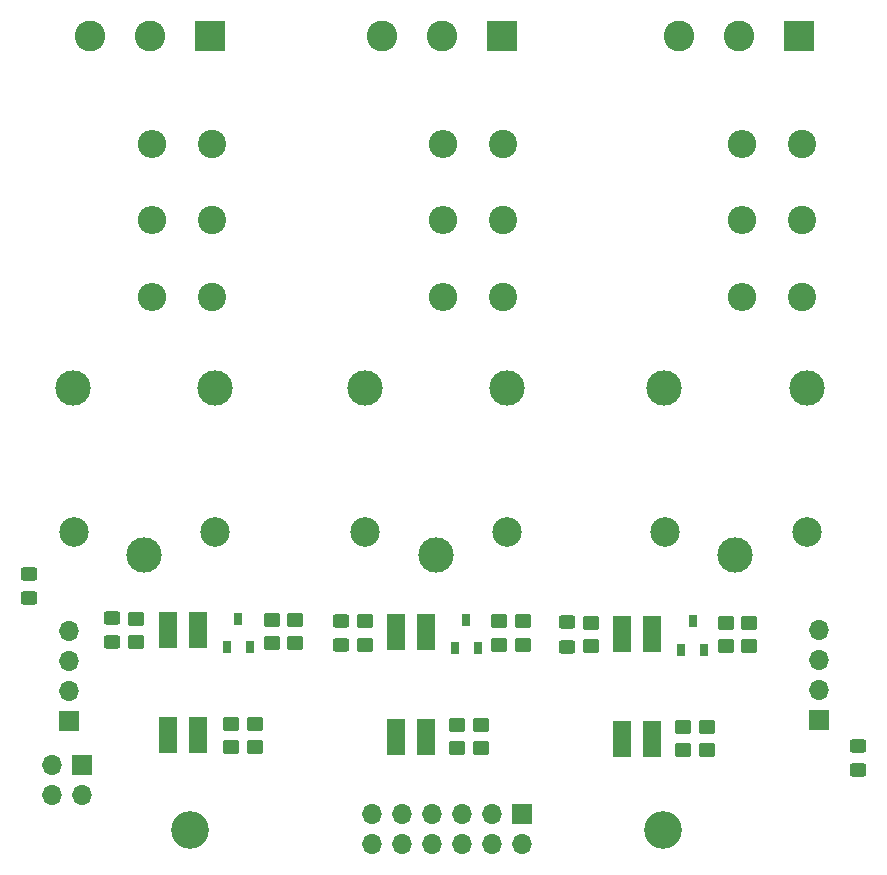
<source format=gts>
G04 #@! TF.GenerationSoftware,KiCad,Pcbnew,(6.0.6)*
G04 #@! TF.CreationDate,2022-08-29T09:11:03+02:00*
G04 #@! TF.ProjectId,relay-pc-module,72656c61-792d-4706-932d-6d6f64756c65,rev?*
G04 #@! TF.SameCoordinates,Original*
G04 #@! TF.FileFunction,Soldermask,Top*
G04 #@! TF.FilePolarity,Negative*
%FSLAX46Y46*%
G04 Gerber Fmt 4.6, Leading zero omitted, Abs format (unit mm)*
G04 Created by KiCad (PCBNEW (6.0.6)) date 2022-08-29 09:11:03*
%MOMM*%
%LPD*%
G01*
G04 APERTURE LIST*
G04 Aperture macros list*
%AMRoundRect*
0 Rectangle with rounded corners*
0 $1 Rounding radius*
0 $2 $3 $4 $5 $6 $7 $8 $9 X,Y pos of 4 corners*
0 Add a 4 corners polygon primitive as box body*
4,1,4,$2,$3,$4,$5,$6,$7,$8,$9,$2,$3,0*
0 Add four circle primitives for the rounded corners*
1,1,$1+$1,$2,$3*
1,1,$1+$1,$4,$5*
1,1,$1+$1,$6,$7*
1,1,$1+$1,$8,$9*
0 Add four rect primitives between the rounded corners*
20,1,$1+$1,$2,$3,$4,$5,0*
20,1,$1+$1,$4,$5,$6,$7,0*
20,1,$1+$1,$6,$7,$8,$9,0*
20,1,$1+$1,$8,$9,$2,$3,0*%
G04 Aperture macros list end*
%ADD10RoundRect,0.250000X0.450000X-0.350000X0.450000X0.350000X-0.450000X0.350000X-0.450000X-0.350000X0*%
%ADD11C,3.200000*%
%ADD12RoundRect,0.250000X-0.450000X0.350000X-0.450000X-0.350000X0.450000X-0.350000X0.450000X0.350000X0*%
%ADD13R,2.600000X2.600000*%
%ADD14C,2.600000*%
%ADD15RoundRect,0.250000X0.450000X-0.325000X0.450000X0.325000X-0.450000X0.325000X-0.450000X-0.325000X0*%
%ADD16C,3.000000*%
%ADD17C,2.500000*%
%ADD18R,1.700000X1.700000*%
%ADD19O,1.700000X1.700000*%
%ADD20C,2.400000*%
%ADD21O,2.400000X2.400000*%
%ADD22R,1.600000X3.100000*%
%ADD23R,0.700000X1.000000*%
%ADD24RoundRect,0.250000X-0.450000X0.325000X-0.450000X-0.325000X0.450000X-0.325000X0.450000X0.325000X0*%
G04 APERTURE END LIST*
D10*
X45200000Y-85500000D03*
X45200000Y-83500000D03*
D11*
X39700200Y-92481400D03*
D12*
X85050000Y-74950000D03*
X85050000Y-76950000D03*
D13*
X41385000Y-25295000D03*
D14*
X36305000Y-25295000D03*
X31225000Y-25295000D03*
D11*
X79730600Y-92481400D03*
D15*
X33100000Y-76625000D03*
X33100000Y-74575000D03*
D16*
X35800000Y-69256800D03*
D17*
X41850000Y-67306800D03*
D16*
X41850000Y-55106800D03*
X29800000Y-55056800D03*
D17*
X29850000Y-67306800D03*
D18*
X92964000Y-83159600D03*
D19*
X92964000Y-80619600D03*
X92964000Y-78079600D03*
X92964000Y-75539600D03*
D20*
X41600000Y-40900000D03*
D21*
X36520000Y-40900000D03*
D20*
X91500000Y-34400000D03*
D21*
X86420000Y-34400000D03*
D15*
X71650000Y-76975000D03*
X71650000Y-74925000D03*
D18*
X30535800Y-87040800D03*
D19*
X30535800Y-89580800D03*
X27995800Y-87040800D03*
X27995800Y-89580800D03*
D12*
X73650000Y-74950000D03*
X73650000Y-76950000D03*
D20*
X41600000Y-47400000D03*
D21*
X36520000Y-47400000D03*
D22*
X76280000Y-84795000D03*
X78820000Y-84795000D03*
X78820000Y-75905000D03*
X76280000Y-75905000D03*
D20*
X66200000Y-34400000D03*
D21*
X61120000Y-34400000D03*
D16*
X60502800Y-69256800D03*
D17*
X66552800Y-67306800D03*
D16*
X66552800Y-55106800D03*
X54502800Y-55056800D03*
D17*
X54552800Y-67306800D03*
D22*
X37830000Y-84445000D03*
X40370000Y-84445000D03*
X40370000Y-75555000D03*
X37830000Y-75555000D03*
D20*
X41600000Y-34400000D03*
D21*
X36520000Y-34400000D03*
D12*
X54500000Y-74800000D03*
X54500000Y-76800000D03*
D10*
X67900000Y-76800000D03*
X67900000Y-74800000D03*
D12*
X43200000Y-83500000D03*
X43200000Y-85500000D03*
D23*
X62150000Y-77100000D03*
X64050000Y-77100000D03*
X63100000Y-74700000D03*
D13*
X66085000Y-25295000D03*
D14*
X61005000Y-25295000D03*
X55925000Y-25295000D03*
D12*
X46600000Y-74700000D03*
X46600000Y-76700000D03*
D24*
X26100000Y-70800000D03*
X26100000Y-72850000D03*
D12*
X62300000Y-83600000D03*
X62300000Y-85600000D03*
D16*
X85860800Y-69256800D03*
D17*
X91910800Y-67306800D03*
D16*
X91910800Y-55106800D03*
X79860800Y-55056800D03*
D17*
X79910800Y-67306800D03*
D20*
X66200000Y-40900000D03*
D21*
X61120000Y-40900000D03*
D10*
X83450000Y-85750000D03*
X83450000Y-83750000D03*
D13*
X91280000Y-25300000D03*
D14*
X86200000Y-25300000D03*
X81120000Y-25300000D03*
D18*
X29464000Y-83312000D03*
D19*
X29464000Y-80772000D03*
X29464000Y-78232000D03*
X29464000Y-75692000D03*
D10*
X87050000Y-76950000D03*
X87050000Y-74950000D03*
D22*
X57130000Y-84645000D03*
X59670000Y-84645000D03*
X59670000Y-75755000D03*
X57130000Y-75755000D03*
D23*
X42850000Y-77000000D03*
X44750000Y-77000000D03*
X43800000Y-74600000D03*
D15*
X52500000Y-76825000D03*
X52500000Y-74775000D03*
D18*
X67843400Y-91160600D03*
D19*
X67843400Y-93700600D03*
X65303400Y-91160600D03*
X65303400Y-93700600D03*
X62763400Y-91160600D03*
X62763400Y-93700600D03*
X60223400Y-91160600D03*
X60223400Y-93700600D03*
X57683400Y-91160600D03*
X57683400Y-93700600D03*
X55143400Y-91160600D03*
X55143400Y-93700600D03*
D20*
X66200000Y-47400000D03*
D21*
X61120000Y-47400000D03*
D23*
X81300000Y-77250000D03*
X83200000Y-77250000D03*
X82250000Y-74850000D03*
D20*
X91500000Y-47400000D03*
D21*
X86420000Y-47400000D03*
D12*
X81450000Y-83750000D03*
X81450000Y-85750000D03*
D20*
X91500000Y-40900000D03*
D21*
X86420000Y-40900000D03*
D12*
X35100000Y-74600000D03*
X35100000Y-76600000D03*
D10*
X48600000Y-76700000D03*
X48600000Y-74700000D03*
X64300000Y-85600000D03*
X64300000Y-83600000D03*
D12*
X65900000Y-74800000D03*
X65900000Y-76800000D03*
D15*
X96240600Y-87410400D03*
X96240600Y-85360400D03*
M02*

</source>
